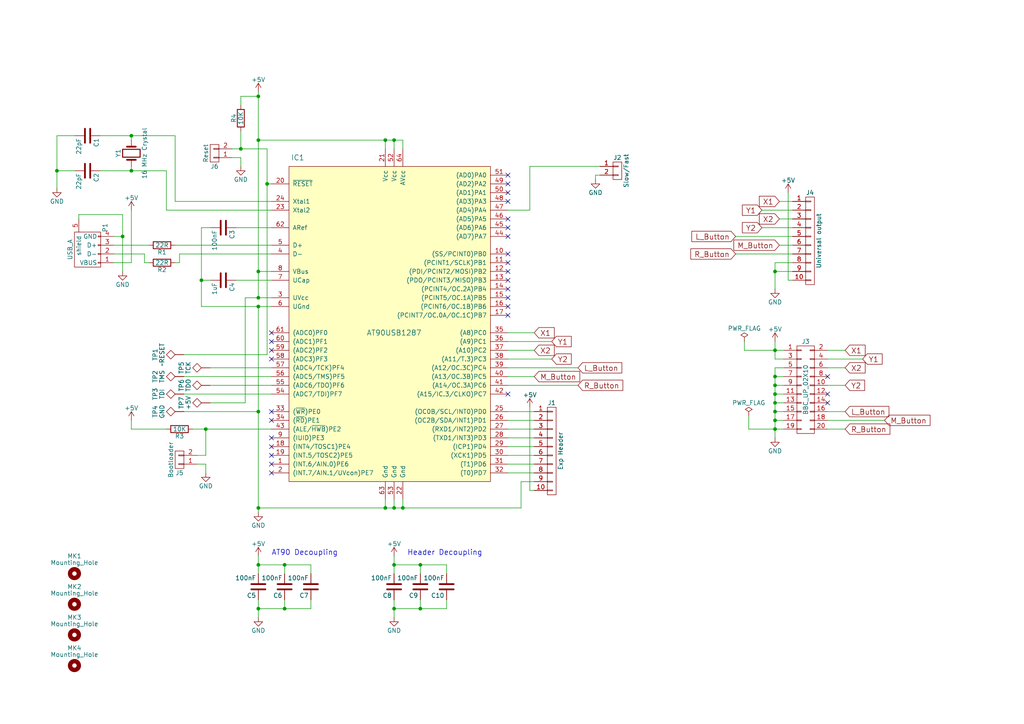
<source format=kicad_sch>
(kicad_sch (version 20211123) (generator eeschema)
  (paper "A4")
  (title_block (title "SmallyMouse2") (date "2017-02-16") (rev "2.0") (company "http://www.WaitingForFriday.com") (comment 1 "(c)2017 Simon Inns") (comment 2 "License: Attribution-ShareAlike 4.0 International (CC BY-SA 4.0)"))
  (lib_symbols
    (symbol "SmallyMouse2-rescue:+5V" (power) (pin_names (offset 0))
      (property "Value" "+5V" (at 0 3.556 0))
      (symbol "+5V_0_1"
        (polyline (pts (xy -0.762 1.27) (xy 0 2.54)))
        (polyline (pts (xy 0 0) (xy 0 2.54)))
        (polyline (pts (xy 0 2.54) (xy 0.762 1.27)))
      )
      (symbol "+5V_1_1"
        (pin power_in line (at 0 0 90) (length 0) hide (name "+5V") (number "1"))
      )
    )
    (symbol "SmallyMouse2-rescue:AT90USB1287-RESCUE-SmallyMouse2" (pin_names (offset 1.016))
      (property "Reference" "IC" (at -27.94 48.26 0))
      (property "Value" "AT90USB1287-RESCUE-SmallyMouse2" (at 0 -2.54 0))
      (symbol "AT90USB1287-RESCUE-SmallyMouse2_0_1"
        (rectangle (start -30.48 45.72) (end 27.94 -45.72) (fill (type background)))
      )
      (symbol "AT90USB1287-RESCUE-SmallyMouse2_1_1"
        (pin bidirectional line (at -35.56 -40.64 0) (length 5.08) (name "(INT.6/AIN.0)PE6") (number "1"))
        (pin bidirectional line (at 33.02 20.32 180) (length 5.08) (name "(SS/PCINT0)PB0") (number "10"))
        (pin bidirectional line (at 33.02 17.78 180) (length 5.08) (name "(PCINT1/SCLK)PB1") (number "11"))
        (pin bidirectional line (at 33.02 15.24 180) (length 5.08) (name "(PDI/PCINT2/MOSI)PB2") (number "12"))
        (pin bidirectional line (at 33.02 12.7 180) (length 5.08) (name "(PDO/PCINT3/MISO)PB3") (number "13"))
        (pin bidirectional line (at 33.02 10.16 180) (length 5.08) (name "(PCINT4/OC.2A)PB4") (number "14"))
        (pin bidirectional line (at 33.02 7.62 180) (length 5.08) (name "(PCINT5/OC.1A)PB5") (number "15"))
        (pin bidirectional line (at 33.02 5.08 180) (length 5.08) (name "(PCINT6/OC.1B)PB6") (number "16"))
        (pin bidirectional line (at 33.02 2.54 180) (length 5.08) (name "(PCINT7/OC.0A/OC.1C)PB7") (number "17"))
        (pin bidirectional line (at -35.56 -35.56 0) (length 5.08) (name "(INT4/TOSC1)PE4") (number "18"))
        (pin bidirectional line (at -35.56 -38.1 0) (length 5.08) (name "(INT.5/TOSC2)PE5") (number "19"))
        (pin bidirectional line (at -35.56 -43.18 0) (length 5.08) (name "(INT.7/AIN.1/UVcon)PE7") (number "2"))
        (pin input line (at -35.56 40.64 0) (length 5.08) (name "~{RESET}") (number "20"))
        (pin power_in line (at -2.54 50.8 270) (length 5.08) (name "Vcc") (number "21"))
        (pin power_in line (at 2.54 -50.8 90) (length 5.08) (name "Gnd") (number "22"))
        (pin input line (at -35.56 33.02 0) (length 5.08) (name "Xtal2") (number "23"))
        (pin input line (at -35.56 35.56 0) (length 5.08) (name "Xtal1") (number "24"))
        (pin bidirectional line (at 33.02 -25.4 180) (length 5.08) (name "(OC0B/SCL/INT0)PD0") (number "25"))
        (pin bidirectional line (at 33.02 -27.94 180) (length 5.08) (name "(OC2B/SDA/INT1)PD1") (number "26"))
        (pin bidirectional line (at 33.02 -30.48 180) (length 5.08) (name "(RXD1/INT2)PD2") (number "27"))
        (pin bidirectional line (at 33.02 -33.02 180) (length 5.08) (name "(TXD1/INT3)PD3") (number "28"))
        (pin bidirectional line (at 33.02 -35.56 180) (length 5.08) (name "(ICP1)PD4") (number "29"))
        (pin power_in line (at -35.56 7.62 0) (length 5.08) (name "UVcc") (number "3"))
        (pin bidirectional line (at 33.02 -38.1 180) (length 5.08) (name "(XCK1)PD5") (number "30"))
        (pin bidirectional line (at 33.02 -40.64 180) (length 5.08) (name "(T1)PD6") (number "31"))
        (pin bidirectional line (at 33.02 -43.18 180) (length 5.08) (name "(T0)PD7") (number "32"))
        (pin bidirectional line (at -35.56 -25.4 0) (length 5.08) (name "(~{WR})PE0") (number "33"))
        (pin bidirectional line (at -35.56 -27.94 0) (length 5.08) (name "(~{RD})PE1") (number "34"))
        (pin bidirectional line (at 33.02 -2.54 180) (length 5.08) (name "(A8)PC0") (number "35"))
        (pin bidirectional line (at 33.02 -5.08 180) (length 5.08) (name "(A9)PC1") (number "36"))
        (pin bidirectional line (at 33.02 -7.62 180) (length 5.08) (name "(A10)PC2") (number "37"))
        (pin bidirectional line (at 33.02 -10.16 180) (length 5.08) (name "(A11/T.3)PC3") (number "38"))
        (pin bidirectional line (at 33.02 -12.7 180) (length 5.08) (name "(A12/OC.3C)PC4") (number "39"))
        (pin bidirectional line (at -35.56 20.32 0) (length 5.08) (name "D-") (number "4"))
        (pin bidirectional line (at 33.02 -15.24 180) (length 5.08) (name "(A13/OC.3B)PC5") (number "40"))
        (pin bidirectional line (at 33.02 -17.78 180) (length 5.08) (name "(A14/OC.3A)PC6") (number "41"))
        (pin bidirectional line (at 33.02 -20.32 180) (length 5.08) (name "(A15/IC.3/CLKO)PC7") (number "42"))
        (pin bidirectional line (at -35.56 -30.48 0) (length 5.08) (name "(ALE/~{HWB})PE2") (number "43"))
        (pin bidirectional line (at 33.02 25.4 180) (length 5.08) (name "(AD7)PA7") (number "44"))
        (pin bidirectional line (at 33.02 27.94 180) (length 5.08) (name "(AD6)PA6") (number "45"))
        (pin bidirectional line (at 33.02 30.48 180) (length 5.08) (name "(AD5)PA5") (number "46"))
        (pin bidirectional line (at 33.02 33.02 180) (length 5.08) (name "(AD4)PA4") (number "47"))
        (pin bidirectional line (at 33.02 35.56 180) (length 5.08) (name "(AD3)PA3") (number "48"))
        (pin bidirectional line (at 33.02 40.64 180) (length 5.08) (name "(AD2)PA2") (number "49"))
        (pin bidirectional line (at -35.56 22.86 0) (length 5.08) (name "D+") (number "5"))
        (pin bidirectional line (at 33.02 38.1 180) (length 5.08) (name "(AD1)PA1") (number "50"))
        (pin bidirectional line (at 33.02 43.18 180) (length 5.08) (name "(AD0)PA0") (number "51"))
        (pin power_in line (at 0 50.8 270) (length 5.08) (name "Vcc") (number "52"))
        (pin power_in line (at 0 -50.8 90) (length 5.08) (name "Gnd") (number "53"))
        (pin bidirectional line (at -35.56 -20.32 0) (length 5.08) (name "(ADC7/TDI)PF7") (number "54"))
        (pin bidirectional line (at -35.56 -17.78 0) (length 5.08) (name "(ADC6/TDO)PF6") (number "55"))
        (pin bidirectional line (at -35.56 -15.24 0) (length 5.08) (name "(ADC5/TMS)PF5") (number "56"))
        (pin bidirectional line (at -35.56 -12.7 0) (length 5.08) (name "(ADC4/TCK)PF4") (number "57"))
        (pin bidirectional line (at -35.56 -10.16 0) (length 5.08) (name "(ADC3)PF3") (number "58"))
        (pin bidirectional line (at -35.56 -7.62 0) (length 5.08) (name "(ADC2)PF2") (number "59"))
        (pin power_in line (at -35.56 5.08 0) (length 5.08) (name "UGnd") (number "6"))
        (pin bidirectional line (at -35.56 -5.08 0) (length 5.08) (name "(ADC1)PF1") (number "60"))
        (pin bidirectional line (at -35.56 -2.54 0) (length 5.08) (name "(ADC0)PF0") (number "61"))
        (pin input line (at -35.56 27.94 0) (length 5.08) (name "ARef") (number "62"))
        (pin power_in line (at -2.54 -50.8 90) (length 5.08) (name "Gnd") (number "63"))
        (pin power_in line (at 2.54 50.8 270) (length 5.08) (name "AVcc") (number "64"))
        (pin bidirectional line (at -35.56 12.7 0) (length 5.08) (name "UCap") (number "7"))
        (pin power_in line (at -35.56 15.24 0) (length 5.08) (name "VBus") (number "8"))
        (pin bidirectional line (at -35.56 -33.02 0) (length 5.08) (name "(IUID)PE3") (number "9"))
      )
    )
    (symbol "SmallyMouse2-rescue:C" (pin_numbers hide) (pin_names (offset 0.254))
      (property "Reference" "C" (at 0.635 2.54 0))
      (property "Value" "C" (at 0.635 -2.54 0))
      (symbol "C_0_1"
        (polyline (pts (xy -2.032 -0.762) (xy 2.032 -0.762)) (stroke (width 0.508)))
        (polyline (pts (xy -2.032 0.762) (xy 2.032 0.762)) (stroke (width 0.508)))
      )
      (symbol "C_1_1"
        (pin passive line (at 0 3.81 270) (length 2.794) (name "~") (number "1"))
        (pin passive line (at 0 -3.81 90) (length 2.794) (name "~") (number "2"))
      )
    )
    (symbol "SmallyMouse2-rescue:CONN_01X02" (pin_names (offset 1.016) hide)
      (property "Reference" "J" (at 0 3.81 0))
      (property "Value" "CONN_01X02" (at 2.54 0 90))
      (symbol "CONN_01X02_0_1"
        (rectangle (start -1.27 -1.143) (end 0.254 -1.397))
        (rectangle (start -1.27 1.397) (end 0.254 1.143))
        (rectangle (start -1.27 2.54) (end 1.27 -2.54))
      )
      (symbol "CONN_01X02_1_1"
        (pin passive line (at -5.08 1.27 0) (length 3.81) (name "P1") (number "1"))
        (pin passive line (at -5.08 -1.27 0) (length 3.81) (name "P2") (number "2"))
      )
    )
    (symbol "SmallyMouse2-rescue:CONN_01X10" (pin_names (offset 1.016) hide)
      (property "Reference" "J" (at 0 13.97 0))
      (property "Value" "CONN_01X10" (at 2.54 0 90))
      (symbol "CONN_01X10_0_1"
        (rectangle (start -1.27 -11.303) (end 0.254 -11.557))
        (rectangle (start -1.27 -8.763) (end 0.254 -9.017))
        (rectangle (start -1.27 -6.223) (end 0.254 -6.477))
        (rectangle (start -1.27 -3.683) (end 0.254 -3.937))
        (rectangle (start -1.27 -1.143) (end 0.254 -1.397))
        (rectangle (start -1.27 1.397) (end 0.254 1.143))
        (rectangle (start -1.27 3.937) (end 0.254 3.683))
        (rectangle (start -1.27 6.477) (end 0.254 6.223))
        (rectangle (start -1.27 9.017) (end 0.254 8.763))
        (rectangle (start -1.27 11.557) (end 0.254 11.303))
        (rectangle (start -1.27 12.7) (end 1.27 -12.7))
      )
      (symbol "CONN_01X10_1_1"
        (pin passive line (at -5.08 11.43 0) (length 3.81) (name "P1") (number "1"))
        (pin passive line (at -5.08 -11.43 0) (length 3.81) (name "P10") (number "10"))
        (pin passive line (at -5.08 8.89 0) (length 3.81) (name "P2") (number "2"))
        (pin passive line (at -5.08 6.35 0) (length 3.81) (name "P3") (number "3"))
        (pin passive line (at -5.08 3.81 0) (length 3.81) (name "P4") (number "4"))
        (pin passive line (at -5.08 1.27 0) (length 3.81) (name "P5") (number "5"))
        (pin passive line (at -5.08 -1.27 0) (length 3.81) (name "P6") (number "6"))
        (pin passive line (at -5.08 -3.81 0) (length 3.81) (name "P7") (number "7"))
        (pin passive line (at -5.08 -6.35 0) (length 3.81) (name "P8") (number "8"))
        (pin passive line (at -5.08 -8.89 0) (length 3.81) (name "P9") (number "9"))
      )
    )
    (symbol "SmallyMouse2-rescue:CONN_02X10" (pin_names (offset 0.0254) hide)
      (property "Reference" "J" (at 0 13.97 0))
      (property "Value" "CONN_02X10" (at 0 0 90))
      (symbol "CONN_02X10_0_1"
        (rectangle (start -2.54 -11.303) (end -1.27 -11.557))
        (rectangle (start -2.54 -8.763) (end -1.27 -9.017))
        (rectangle (start -2.54 -6.223) (end -1.27 -6.477))
        (rectangle (start -2.54 -3.683) (end -1.27 -3.937))
        (rectangle (start -2.54 -1.143) (end -1.27 -1.397))
        (rectangle (start -2.54 1.397) (end -1.27 1.143))
        (rectangle (start -2.54 3.937) (end -1.27 3.683))
        (rectangle (start -2.54 6.477) (end -1.27 6.223))
        (rectangle (start -2.54 9.017) (end -1.27 8.763))
        (rectangle (start -2.54 11.557) (end -1.27 11.303))
        (rectangle (start -2.54 12.7) (end 2.54 -12.7))
        (rectangle (start 1.27 -11.303) (end 2.54 -11.557))
        (rectangle (start 1.27 -8.763) (end 2.54 -9.017))
        (rectangle (start 1.27 -6.223) (end 2.54 -6.477))
        (rectangle (start 1.27 -3.683) (end 2.54 -3.937))
        (rectangle (start 1.27 -1.143) (end 2.54 -1.397))
        (rectangle (start 1.27 1.397) (end 2.54 1.143))
        (rectangle (start 1.27 3.937) (end 2.54 3.683))
        (rectangle (start 1.27 6.477) (end 2.54 6.223))
        (rectangle (start 1.27 9.017) (end 2.54 8.763))
        (rectangle (start 1.27 11.557) (end 2.54 11.303))
      )
      (symbol "CONN_02X10_1_1"
        (pin passive line (at -6.35 11.43 0) (length 3.81) (name "P1") (number "1"))
        (pin passive line (at 6.35 1.27 180) (length 3.81) (name "P10") (number "10"))
        (pin passive line (at -6.35 -1.27 0) (length 3.81) (name "P11") (number "11"))
        (pin passive line (at 6.35 -1.27 180) (length 3.81) (name "P12") (number "12"))
        (pin passive line (at -6.35 -3.81 0) (length 3.81) (name "P13") (number "13"))
        (pin passive line (at 6.35 -3.81 180) (length 3.81) (name "P14") (number "14"))
        (pin passive line (at -6.35 -6.35 0) (length 3.81) (name "P15") (number "15"))
        (pin passive line (at 6.35 -6.35 180) (length 3.81) (name "P16") (number "16"))
        (pin passive line (at -6.35 -8.89 0) (length 3.81) (name "P17") (number "17"))
        (pin passive line (at 6.35 -8.89 180) (length 3.81) (name "P18") (number "18"))
        (pin passive line (at -6.35 -11.43 0) (length 3.81) (name "P19") (number "19"))
        (pin passive line (at 6.35 11.43 180) (length 3.81) (name "P2") (number "2"))
        (pin passive line (at 6.35 -11.43 180) (length 3.81) (name "P20") (number "20"))
        (pin passive line (at -6.35 8.89 0) (length 3.81) (name "P3") (number "3"))
        (pin passive line (at 6.35 8.89 180) (length 3.81) (name "P4") (number "4"))
        (pin passive line (at -6.35 6.35 0) (length 3.81) (name "P5") (number "5"))
        (pin passive line (at 6.35 6.35 180) (length 3.81) (name "P6") (number "6"))
        (pin passive line (at -6.35 3.81 0) (length 3.81) (name "P7") (number "7"))
        (pin passive line (at 6.35 3.81 180) (length 3.81) (name "P8") (number "8"))
        (pin passive line (at -6.35 1.27 0) (length 3.81) (name "P9") (number "9"))
      )
    )
    (symbol "SmallyMouse2-rescue:Crystal" (pin_numbers hide) (pin_names (offset 1.016) hide)
      (property "Reference" "Y" (at 0 3.81 0))
      (property "Value" "Crystal" (at 0 -3.81 0))
      (symbol "Crystal_0_1"
        (rectangle (start -1.143 2.54) (end 1.143 -2.54) (stroke (width 0.3048)))
        (polyline (pts (xy -2.54 0) (xy -1.905 0)))
        (polyline (pts (xy -1.905 -1.27) (xy -1.905 1.27)) (stroke (width 0.508)))
        (polyline (pts (xy 1.905 -1.27) (xy 1.905 1.27)) (stroke (width 0.508)))
        (polyline (pts (xy 2.54 0) (xy 1.905 0)))
      )
      (symbol "Crystal_1_1"
        (pin passive line (at -3.81 0 0) (length 1.27) (name "1") (number "1"))
        (pin passive line (at 3.81 0 180) (length 1.27) (name "2") (number "2"))
      )
    )
    (symbol "SmallyMouse2-rescue:GND" (power) (pin_names (offset 0))
      (property "Value" "GND" (at 0 -3.81 0))
      (symbol "GND_0_1"
        (polyline (pts (xy 0 0) (xy 0 -1.27) (xy 1.27 -1.27) (xy 0 -2.54) (xy -1.27 -1.27) (xy 0 -1.27)))
      )
      (symbol "GND_1_1"
        (pin power_in line (at 0 0 270) (length 0) hide (name "GND") (number "1"))
      )
    )
    (symbol "SmallyMouse2-rescue:Mounting_Hole" (pin_names (offset 1.016))
      (property "Reference" "MK" (at 0 5.08 0))
      (property "Value" "Mounting_Hole" (at 0 3.175 0))
      (symbol "Mounting_Hole_0_1"
        (circle (center 0 0) (radius 1.27) (stroke (width 1.27)))
      )
    )
    (symbol "SmallyMouse2-rescue:PWR_FLAG" (power) (pin_numbers hide) (pin_names (offset 0) hide)
      (property "Value" "PWR_FLAG" (at 0 3.81 0))
      (symbol "PWR_FLAG_0_0"
        (pin power_out line (at 0 0 90) (length 0) (name "pwr") (number "1"))
      )
      (symbol "PWR_FLAG_0_1"
        (polyline (pts (xy 0 0) (xy 0 1.27) (xy -1.016 1.905) (xy 0 2.54) (xy 1.016 1.905) (xy 0 1.27)))
      )
    )
    (symbol "SmallyMouse2-rescue:R" (pin_numbers hide) (pin_names (offset 0))
      (property "Reference" "R" (at 2.032 0 90))
      (property "Value" "R" (at 0 0 90))
      (symbol "R_0_1"
        (rectangle (start -1.016 -2.54) (end 1.016 2.54) (stroke (width 0.254)))
      )
      (symbol "R_1_1"
        (pin passive line (at 0 3.81 270) (length 1.27) (name "~") (number "1"))
        (pin passive line (at 0 -3.81 90) (length 1.27) (name "~") (number "2"))
      )
    )
    (symbol "SmallyMouse2-rescue:TEST" (pin_numbers hide) (pin_names (offset 1.016) hide)
      (property "Reference" "TP" (at 0 7.62 0))
      (property "Value" "TEST" (at 0 6.35 0))
      (symbol "TEST_0_1"
        (polyline (pts (xy 0 5.08) (xy -1.27 3.81) (xy 0 2.54) (xy 1.27 3.81) (xy 0 5.08) (xy 0 5.08)))
      )
      (symbol "TEST_1_1"
        (pin passive line (at 0 0 90) (length 2.54) (name "~") (number "1"))
      )
    )
    (symbol "SmallyMouse2-rescue:USB_A-RESCUE-SmallyMouse2" (pin_names (offset 1.016))
      (property "Reference" "P" (at 5.08 -5.08 0))
      (property "Value" "USB_A-RESCUE-SmallyMouse2" (at -1.27 5.08 0))
      (symbol "USB_A-RESCUE-SmallyMouse2_0_1"
        (rectangle (start -6.35 -3.81) (end 3.81 3.81))
        (rectangle (start -5.207 -3.81) (end -4.953 -3.048))
        (rectangle (start -2.667 -3.81) (end -2.413 -3.048))
        (rectangle (start -0.127 -3.81) (end 0.127 -3.048))
        (rectangle (start 2.413 -3.81) (end 2.667 -3.048))
      )
      (symbol "USB_A-RESCUE-SmallyMouse2_1_1"
        (pin power_in line (at -5.08 -7.62 90) (length 3.81) (name "VBUS") (number "1"))
        (pin passive line (at -2.54 -7.62 90) (length 3.81) (name "D-") (number "2"))
        (pin passive line (at 0 -7.62 90) (length 3.81) (name "D+") (number "3"))
        (pin power_in line (at 2.54 -7.62 90) (length 3.81) (name "GND") (number "4"))
        (pin passive line (at 7.62 2.54 180) (length 3.81) (name "shield") (number "5"))
      )
    )
  )
  (junction (at 224.79 78.74))
  (junction (at 224.79 111.76))
  (junction (at 116.84 147.32))
  (junction (at 224.79 109.22))
  (junction (at 111.76 147.32))
  (junction (at 224.79 101.6))
  (junction (at 16.51 49.53))
  (junction (at 121.92 163.83))
  (junction (at 38.1 49.53))
  (junction (at 35.56 68.58))
  (junction (at 82.55 163.83))
  (junction (at 224.79 116.84))
  (junction (at 74.93 78.74))
  (junction (at 69.85 43.18))
  (junction (at 114.3 40.64))
  (junction (at 74.93 119.38))
  (junction (at 74.93 86.36))
  (junction (at 77.47 53.34))
  (junction (at 74.93 40.64))
  (junction (at 121.92 176.53))
  (junction (at 58.42 81.28))
  (junction (at 74.93 27.94))
  (junction (at 74.93 147.32))
  (junction (at 74.93 176.53))
  (junction (at 82.55 176.53))
  (junction (at 59.69 124.46))
  (junction (at 114.3 176.53))
  (junction (at 114.3 163.83))
  (junction (at 114.3 147.32))
  (junction (at 74.93 163.83))
  (junction (at 224.79 124.46))
  (junction (at 224.79 114.3))
  (junction (at 74.93 88.9))
  (junction (at 224.79 119.38))
  (junction (at 111.76 40.64))
  (junction (at 224.79 121.92))
  (junction (at 38.1 39.37))
  (no_connect (at 147.32 83.82))
  (no_connect (at 78.74 127))
  (no_connect (at 147.32 53.34))
  (no_connect (at 78.74 101.6))
  (no_connect (at 78.74 119.38))
  (no_connect (at 147.32 73.66))
  (no_connect (at 147.32 86.36))
  (no_connect (at 78.74 104.14))
  (no_connect (at 78.74 134.62))
  (no_connect (at 147.32 91.44))
  (no_connect (at 147.32 68.58))
  (no_connect (at 78.74 132.08))
  (no_connect (at 240.03 116.84))
  (no_connect (at 240.03 114.3))
  (no_connect (at 147.32 114.3))
  (no_connect (at 240.03 109.22))
  (no_connect (at 147.32 76.2))
  (no_connect (at 147.32 88.9))
  (no_connect (at 78.74 129.54))
  (no_connect (at 147.32 50.8))
  (no_connect (at 147.32 58.42))
  (no_connect (at 147.32 78.74))
  (no_connect (at 78.74 96.52))
  (no_connect (at 147.32 66.04))
  (no_connect (at 78.74 137.16))
  (no_connect (at 147.32 55.88))
  (no_connect (at 147.32 81.28))
  (no_connect (at 78.74 99.06))
  (no_connect (at 78.74 121.92))
  (no_connect (at 147.32 63.5))
  (wire (pts (xy 74.93 176.53) (xy 74.93 179.07)))
  (wire (pts (xy 74.93 163.83) (xy 74.93 166.37)))
  (wire (pts (xy 69.85 30.48) (xy 69.85 27.94)))
  (wire (pts (xy 74.93 86.36) (xy 78.74 86.36)))
  (wire (pts (xy 213.36 73.66) (xy 229.87 73.66)))
  (wire (pts (xy 114.3 176.53) (xy 121.92 176.53)))
  (wire (pts (xy 240.03 121.92) (xy 256.54 121.92)))
  (wire (pts (xy 77.47 102.87) (xy 53.34 102.87)))
  (wire (pts (xy 57.15 134.62) (xy 59.69 134.62)))
  (wire (pts (xy 59.69 124.46) (xy 78.74 124.46)))
  (wire (pts (xy 114.3 163.83) (xy 114.3 166.37)))
  (wire (pts (xy 60.96 116.84) (xy 71.12 116.84)))
  (wire (pts (xy 227.33 114.3) (xy 224.79 114.3)))
  (wire (pts (xy 240.03 101.6) (xy 245.11 101.6)))
  (wire (pts (xy 35.56 68.58) (xy 35.56 78.74)))
  (wire (pts (xy 114.3 40.64) (xy 114.3 43.18)))
  (wire (pts (xy 69.85 38.1) (xy 69.85 43.18)))
  (wire (pts (xy 172.72 50.8) (xy 172.72 52.07)))
  (wire (pts (xy 60.96 66.04) (xy 58.42 66.04)))
  (wire (pts (xy 228.6 81.28) (xy 228.6 55.88)))
  (wire (pts (xy 41.91 76.2) (xy 41.91 73.66)))
  (wire (pts (xy 90.17 163.83) (xy 90.17 166.37)))
  (wire (pts (xy 116.84 147.32) (xy 151.13 147.32)))
  (wire (pts (xy 60.96 81.28) (xy 58.42 81.28)))
  (wire (pts (xy 59.69 132.08) (xy 59.69 124.46)))
  (wire (pts (xy 114.3 161.29) (xy 114.3 163.83)))
  (wire (pts (xy 52.07 73.66) (xy 52.07 76.2)))
  (wire (pts (xy 74.93 26.67) (xy 74.93 27.94)))
  (wire (pts (xy 38.1 39.37) (xy 29.21 39.37)))
  (wire (pts (xy 227.33 119.38) (xy 224.79 119.38)))
  (wire (pts (xy 220.98 60.96) (xy 229.87 60.96)))
  (wire (pts (xy 58.42 66.04) (xy 58.42 81.28)))
  (wire (pts (xy 33.02 68.58) (xy 35.56 68.58)))
  (wire (pts (xy 90.17 176.53) (xy 90.17 173.99)))
  (wire (pts (xy 69.85 43.18) (xy 77.47 43.18)))
  (wire (pts (xy 74.93 78.74) (xy 74.93 86.36)))
  (wire (pts (xy 147.32 96.52) (xy 154.94 96.52)))
  (wire (pts (xy 78.74 66.04) (xy 68.58 66.04)))
  (wire (pts (xy 240.03 124.46) (xy 245.11 124.46)))
  (wire (pts (xy 52.07 76.2) (xy 50.8 76.2)))
  (wire (pts (xy 114.3 147.32) (xy 114.3 144.78)))
  (wire (pts (xy 114.3 40.64) (xy 116.84 40.64)))
  (wire (pts (xy 226.06 63.5) (xy 229.87 63.5)))
  (wire (pts (xy 77.47 53.34) (xy 77.47 102.87)))
  (wire (pts (xy 147.32 99.06) (xy 160.02 99.06)))
  (wire (pts (xy 224.79 124.46) (xy 224.79 127)))
  (wire (pts (xy 226.06 71.12) (xy 229.87 71.12)))
  (wire (pts (xy 229.87 78.74) (xy 224.79 78.74)))
  (wire (pts (xy 74.93 78.74) (xy 78.74 78.74)))
  (wire (pts (xy 227.33 121.92) (xy 224.79 121.92)))
  (wire (pts (xy 111.76 144.78) (xy 111.76 147.32)))
  (wire (pts (xy 69.85 27.94) (xy 74.93 27.94)))
  (wire (pts (xy 224.79 104.14) (xy 227.33 104.14)))
  (wire (pts (xy 77.47 53.34) (xy 78.74 53.34)))
  (wire (pts (xy 41.91 73.66) (xy 33.02 73.66)))
  (wire (pts (xy 111.76 40.64) (xy 114.3 40.64)))
  (wire (pts (xy 224.79 101.6) (xy 227.33 101.6)))
  (wire (pts (xy 224.79 106.68) (xy 224.79 109.22)))
  (wire (pts (xy 67.31 43.18) (xy 69.85 43.18)))
  (wire (pts (xy 227.33 111.76) (xy 224.79 111.76)))
  (wire (pts (xy 74.93 163.83) (xy 82.55 163.83)))
  (wire (pts (xy 147.32 60.96) (xy 153.67 60.96)))
  (wire (pts (xy 82.55 166.37) (xy 82.55 163.83)))
  (wire (pts (xy 224.79 111.76) (xy 224.79 114.3)))
  (wire (pts (xy 220.98 66.04) (xy 229.87 66.04)))
  (wire (pts (xy 173.99 50.8) (xy 172.72 50.8)))
  (wire (pts (xy 147.32 111.76) (xy 167.64 111.76)))
  (wire (pts (xy 224.79 114.3) (xy 224.79 116.84)))
  (wire (pts (xy 213.36 68.58) (xy 229.87 68.58)))
  (wire (pts (xy 224.79 109.22) (xy 224.79 111.76)))
  (wire (pts (xy 227.33 109.22) (xy 224.79 109.22)))
  (wire (pts (xy 114.3 173.99) (xy 114.3 176.53)))
  (wire (pts (xy 121.92 163.83) (xy 129.54 163.83)))
  (wire (pts (xy 147.32 106.68) (xy 167.64 106.68)))
  (wire (pts (xy 60.96 111.76) (xy 78.74 111.76)))
  (wire (pts (xy 74.93 147.32) (xy 74.93 148.59)))
  (wire (pts (xy 78.74 73.66) (xy 52.07 73.66)))
  (wire (pts (xy 78.74 60.96) (xy 48.26 60.96)))
  (wire (pts (xy 111.76 43.18) (xy 111.76 40.64)))
  (wire (pts (xy 50.8 58.42) (xy 50.8 39.37)))
  (wire (pts (xy 82.55 173.99) (xy 82.55 176.53)))
  (wire (pts (xy 38.1 40.64) (xy 38.1 39.37)))
  (wire (pts (xy 240.03 106.68) (xy 245.11 106.68)))
  (wire (pts (xy 78.74 71.12) (xy 50.8 71.12)))
  (wire (pts (xy 153.67 142.24) (xy 153.67 118.11)))
  (wire (pts (xy 217.17 120.65) (xy 217.17 124.46)))
  (wire (pts (xy 78.74 81.28) (xy 68.58 81.28)))
  (wire (pts (xy 114.3 176.53) (xy 114.3 179.07)))
  (wire (pts (xy 147.32 129.54) (xy 154.94 129.54)))
  (wire (pts (xy 22.86 63.5) (xy 22.86 62.23)))
  (wire (pts (xy 215.9 99.06) (xy 215.9 101.6)))
  (wire (pts (xy 147.32 101.6) (xy 154.94 101.6)))
  (wire (pts (xy 38.1 76.2) (xy 38.1 60.96)))
  (wire (pts (xy 111.76 147.32) (xy 114.3 147.32)))
  (wire (pts (xy 16.51 39.37) (xy 16.51 49.53)))
  (wire (pts (xy 53.34 119.38) (xy 74.93 119.38)))
  (wire (pts (xy 57.15 132.08) (xy 59.69 132.08)))
  (wire (pts (xy 224.79 121.92) (xy 224.79 124.46)))
  (wire (pts (xy 74.93 40.64) (xy 74.93 78.74)))
  (wire (pts (xy 224.79 78.74) (xy 224.79 83.82)))
  (wire (pts (xy 147.32 121.92) (xy 154.94 121.92)))
  (wire (pts (xy 69.85 45.72) (xy 69.85 48.26)))
  (wire (pts (xy 226.06 58.42) (xy 229.87 58.42)))
  (wire (pts (xy 78.74 58.42) (xy 50.8 58.42)))
  (wire (pts (xy 74.93 40.64) (xy 111.76 40.64)))
  (wire (pts (xy 227.33 116.84) (xy 224.79 116.84)))
  (wire (pts (xy 224.79 101.6) (xy 224.79 104.14)))
  (wire (pts (xy 224.79 116.84) (xy 224.79 119.38)))
  (wire (pts (xy 153.67 48.26) (xy 173.99 48.26)))
  (wire (pts (xy 147.32 119.38) (xy 154.94 119.38)))
  (wire (pts (xy 224.79 76.2) (xy 224.79 78.74)))
  (wire (pts (xy 147.32 134.62) (xy 154.94 134.62)))
  (wire (pts (xy 229.87 76.2) (xy 224.79 76.2)))
  (wire (pts (xy 77.47 43.18) (xy 77.47 53.34)))
  (wire (pts (xy 151.13 139.7) (xy 151.13 147.32)))
  (wire (pts (xy 224.79 124.46) (xy 227.33 124.46)))
  (wire (pts (xy 48.26 124.46) (xy 38.1 124.46)))
  (wire (pts (xy 154.94 139.7) (xy 151.13 139.7)))
  (wire (pts (xy 74.93 147.32) (xy 111.76 147.32)))
  (wire (pts (xy 129.54 163.83) (xy 129.54 166.37)))
  (wire (pts (xy 38.1 48.26) (xy 38.1 49.53)))
  (wire (pts (xy 33.02 76.2) (xy 38.1 76.2)))
  (wire (pts (xy 129.54 176.53) (xy 129.54 173.99)))
  (wire (pts (xy 82.55 176.53) (xy 90.17 176.53)))
  (wire (pts (xy 74.93 176.53) (xy 82.55 176.53)))
  (wire (pts (xy 53.34 114.3) (xy 78.74 114.3)))
  (wire (pts (xy 82.55 163.83) (xy 90.17 163.83)))
  (wire (pts (xy 153.67 60.96) (xy 153.67 48.26)))
  (wire (pts (xy 215.9 101.6) (xy 224.79 101.6)))
  (wire (pts (xy 58.42 88.9) (xy 74.93 88.9)))
  (wire (pts (xy 74.93 88.9) (xy 78.74 88.9)))
  (wire (pts (xy 227.33 106.68) (xy 224.79 106.68)))
  (wire (pts (xy 229.87 81.28) (xy 228.6 81.28)))
  (wire (pts (xy 116.84 40.64) (xy 116.84 43.18)))
  (wire (pts (xy 38.1 124.46) (xy 38.1 121.92)))
  (wire (pts (xy 224.79 119.38) (xy 224.79 121.92)))
  (wire (pts (xy 53.34 109.22) (xy 78.74 109.22)))
  (wire (pts (xy 240.03 119.38) (xy 245.11 119.38)))
  (wire (pts (xy 74.93 27.94) (xy 74.93 40.64)))
  (wire (pts (xy 224.79 99.06) (xy 224.79 101.6)))
  (wire (pts (xy 114.3 147.32) (xy 116.84 147.32)))
  (wire (pts (xy 116.84 147.32) (xy 116.84 144.78)))
  (wire (pts (xy 154.94 142.24) (xy 153.67 142.24)))
  (wire (pts (xy 50.8 39.37) (xy 38.1 39.37)))
  (wire (pts (xy 16.51 49.53) (xy 16.51 54.61)))
  (wire (pts (xy 147.32 137.16) (xy 154.94 137.16)))
  (wire (pts (xy 147.32 104.14) (xy 160.02 104.14)))
  (wire (pts (xy 58.42 81.28) (xy 58.42 88.9)))
  (wire (pts (xy 74.93 173.99) (xy 74.93 176.53)))
  (wire (pts (xy 147.32 124.46) (xy 154.94 124.46)))
  (wire (pts (xy 55.88 124.46) (xy 59.69 124.46)))
  (wire (pts (xy 114.3 163.83) (xy 121.92 163.83)))
  (wire (pts (xy 43.18 71.12) (xy 33.02 71.12)))
  (wire (pts (xy 147.32 127) (xy 154.94 127)))
  (wire (pts (xy 21.59 39.37) (xy 16.51 39.37)))
  (wire (pts (xy 240.03 104.14) (xy 250.19 104.14)))
  (wire (pts (xy 71.12 86.36) (xy 74.93 86.36)))
  (wire (pts (xy 67.31 45.72) (xy 69.85 45.72)))
  (wire (pts (xy 22.86 62.23) (xy 35.56 62.23)))
  (wire (pts (xy 35.56 62.23) (xy 35.56 68.58)))
  (wire (pts (xy 121.92 166.37) (xy 121.92 163.83)))
  (wire (pts (xy 147.32 109.22) (xy 154.94 109.22)))
  (wire (pts (xy 147.32 132.08) (xy 154.94 132.08)))
  (wire (pts (xy 59.69 134.62) (xy 59.69 137.16)))
  (wire (pts (xy 217.17 124.46) (xy 224.79 124.46)))
  (wire (pts (xy 74.93 161.29) (xy 74.93 163.83)))
  (wire (pts (xy 121.92 173.99) (xy 121.92 176.53)))
  (wire (pts (xy 71.12 116.84) (xy 71.12 86.36)))
  (wire (pts (xy 74.93 88.9) (xy 74.93 119.38)))
  (wire (pts (xy 48.26 60.96) (xy 48.26 49.53)))
  (wire (pts (xy 240.03 111.76) (xy 245.11 111.76)))
  (wire (pts (xy 60.96 106.68) (xy 78.74 106.68)))
  (wire (pts (xy 74.93 119.38) (xy 74.93 147.32)))
  (wire (pts (xy 121.92 176.53) (xy 129.54 176.53)))
  (wire (pts (xy 48.26 49.53) (xy 38.1 49.53)))
  (wire (pts (xy 21.59 49.53) (xy 16.51 49.53)))
  (wire (pts (xy 38.1 49.53) (xy 29.21 49.53)))
  (wire (pts (xy 43.18 76.2) (xy 41.91 76.2)))
  (text "AT90 Decoupling" (at 78.74 161.29 0) (effects (font (size 1.524 1.524)) (justify left bottom)))
  (text "Header Decoupling" (at 118.11 161.29 0) (effects (font (size 1.524 1.524)) (justify left bottom)))
  (global_label "X2" (shape input) (at 154.94 101.6 0) (effects (font (size 1.524 1.524))) (property "Intersheet References" "${INTERSHEET_REFS}" (effects hide)))
  (global_label "Y1" (shape input) (at 250.19 104.14 0) (effects (font (size 1.524 1.524))) (property "Intersheet References" "${INTERSHEET_REFS}" (effects hide)))
  (global_label "Y2" (shape input) (at 245.11 111.76 0) (effects (font (size 1.524 1.524))) (property "Intersheet References" "${INTERSHEET_REFS}" (effects hide)))
  (global_label "R_Button" (shape input) (at 167.64 111.76 0) (effects (font (size 1.524 1.524))) (property "Intersheet References" "${INTERSHEET_REFS}" (effects hide)))
  (global_label "X1" (shape input) (at 154.94 96.52 0) (effects (font (size 1.524 1.524))) (property "Intersheet References" "${INTERSHEET_REFS}" (effects hide)))
  (global_label "Y1" (shape input) (at 160.02 99.06 0) (effects (font (size 1.524 1.524))) (property "Intersheet References" "${INTERSHEET_REFS}" (effects hide)))
  (global_label "X1" (shape input) (at 245.11 101.6 0) (effects (font (size 1.524 1.524))) (property "Intersheet References" "${INTERSHEET_REFS}" (effects hide)))
  (global_label "R_Button" (shape input) (at 213.36 73.66 180) (effects (font (size 1.524 1.524))) (property "Intersheet References" "${INTERSHEET_REFS}" (effects hide)))
  (global_label "X2" (shape input) (at 245.11 106.68 0) (effects (font (size 1.524 1.524))) (property "Intersheet References" "${INTERSHEET_REFS}" (effects hide)))
  (global_label "X2" (shape input) (at 226.06 63.5 180) (effects (font (size 1.524 1.524))) (property "Intersheet References" "${INTERSHEET_REFS}" (effects hide)))
  (global_label "Y2" (shape input) (at 220.98 66.04 180) (effects (font (size 1.524 1.524))) (property "Intersheet References" "${INTERSHEET_REFS}" (effects hide)))
  (global_label "Y1" (shape input) (at 220.98 60.96 180) (effects (font (size 1.524 1.524))) (property "Intersheet References" "${INTERSHEET_REFS}" (effects hide)))
  (global_label "M_Button" (shape input) (at 226.06 71.12 180) (effects (font (size 1.524 1.524))) (property "Intersheet References" "${INTERSHEET_REFS}" (effects hide)))
  (global_label "L_Button" (shape input) (at 167.64 106.68 0) (effects (font (size 1.524 1.524))) (property "Intersheet References" "${INTERSHEET_REFS}" (effects hide)))
  (global_label "Y2" (shape input) (at 160.02 104.14 0) (effects (font (size 1.524 1.524))) (property "Intersheet References" "${INTERSHEET_REFS}" (effects hide)))
  (global_label "L_Button" (shape input) (at 245.11 119.38 0) (effects (font (size 1.524 1.524))) (property "Intersheet References" "${INTERSHEET_REFS}" (effects hide)))
  (global_label "R_Button" (shape input) (at 245.11 124.46 0) (effects (font (size 1.524 1.524))) (property "Intersheet References" "${INTERSHEET_REFS}" (effects hide)))
  (global_label "X1" (shape input) (at 226.06 58.42 180) (effects (font (size 1.524 1.524))) (property "Intersheet References" "${INTERSHEET_REFS}" (effects hide)))
  (global_label "M_Button" (shape input) (at 154.94 109.22 0) (effects (font (size 1.524 1.524))) (property "Intersheet References" "${INTERSHEET_REFS}" (effects hide)))
  (global_label "L_Button" (shape input) (at 213.36 68.58 180) (effects (font (size 1.524 1.524))) (property "Intersheet References" "${INTERSHEET_REFS}" (effects hide)))
  (global_label "M_Button" (shape input) (at 256.54 121.92 0) (effects (font (size 1.524 1.524))) (property "Intersheet References" "${INTERSHEET_REFS}" (effects hide)))
  (symbol (lib_id "SmallyMouse2-rescue:AT90USB1287-RESCUE-SmallyMouse2") (at 114.3 93.98 0) (unit 1)
    (property "Reference" "IC1" (at 86.36 45.72 0) (effects (font (size 1.524 1.524))))
    (property "Value" "AT90USB1287" (at 114.3 96.52 0) (effects (font (size 1.524 1.524))))
    (property "Footprint" "Housings_QFP:TQFP-64_14x14mm_Pitch0.8mm" (effects hide))
  )
  (symbol (lib_id "SmallyMouse2-rescue:USB_A-RESCUE-SmallyMouse2") (at 25.4 71.12 90) (unit 1)
    (property "Reference" "P1" (at 30.48 66.04 0))
    (property "Value" "USB_A" (at 20.32 72.39 0))
    (property "Footprint" "SimonsFPLibrary2017:Amphenol_87583-2010BLF" (effects hide))
  )
  (symbol (lib_id "SmallyMouse2-rescue:R") (at 46.99 76.2 270) (unit 1)
    (property "Reference" "R2" (at 46.99 78.232 90))
    (property "Value" "22R" (at 46.99 76.2 90))
    (property "Footprint" "Resistors_SMD:R_0805_HandSoldering" (effects hide))
  )
  (symbol (lib_id "SmallyMouse2-rescue:R") (at 46.99 71.12 270) (unit 1)
    (property "Reference" "R1" (at 46.99 73.152 90))
    (property "Value" "22R" (at 46.99 71.12 90))
    (property "Footprint" "Resistors_SMD:R_0805_HandSoldering" (effects hide))
  )
  (symbol (lib_id "SmallyMouse2-rescue:GND") (at 35.56 78.74 0) (unit 1)
    (property "Reference" "#PWR01" (effects hide))
    (property "Value" "GND" (at 35.56 82.55 0))
  )
  (symbol (lib_id "SmallyMouse2-rescue:+5V") (at 38.1 60.96 0) (unit 1)
    (property "Reference" "#PWR02" (effects hide))
    (property "Value" "+5V" (at 38.1 57.404 0))
  )
  (symbol (lib_id "SmallyMouse2-rescue:+5V") (at 74.93 26.67 0) (unit 1)
    (property "Reference" "#PWR03" (effects hide))
    (property "Value" "+5V" (at 74.93 23.114 0))
  )
  (symbol (lib_id "SmallyMouse2-rescue:GND") (at 74.93 148.59 0) (unit 1)
    (property "Reference" "#PWR04" (effects hide))
    (property "Value" "GND" (at 74.93 152.4 0))
  )
  (symbol (lib_id "SmallyMouse2-rescue:C") (at 64.77 66.04 270) (unit 1)
    (property "Reference" "C3" (at 67.31 66.675 0) (effects (justify left)))
    (property "Value" "100nF" (at 62.23 66.675 0) (effects (justify left)))
    (property "Footprint" "Capacitors_SMD:C_0805_HandSoldering" (effects hide))
  )
  (symbol (lib_id "SmallyMouse2-rescue:C") (at 64.77 81.28 270) (unit 1)
    (property "Reference" "C4" (at 67.31 81.915 0) (effects (justify left)))
    (property "Value" "1uF" (at 62.23 81.915 0) (effects (justify left)))
    (property "Footprint" "Capacitors_SMD:C_0805_HandSoldering" (effects hide))
  )
  (symbol (lib_id "SmallyMouse2-rescue:Crystal") (at 38.1 44.45 90) (unit 1)
    (property "Reference" "Y1" (at 34.29 44.45 0))
    (property "Value" "16 MHz Crystal" (at 41.91 44.45 0))
    (property "Footprint" "Crystals:Crystal_SMD_5032-2pin_5.0x3.2mm_HandSoldering" (effects hide))
  )
  (symbol (lib_id "SmallyMouse2-rescue:C") (at 25.4 39.37 270) (unit 1)
    (property "Reference" "C1" (at 27.94 40.005 0) (effects (justify left)))
    (property "Value" "22pF" (at 22.86 40.005 0) (effects (justify left)))
    (property "Footprint" "Capacitors_SMD:C_0805_HandSoldering" (effects hide))
  )
  (symbol (lib_id "SmallyMouse2-rescue:C") (at 25.4 49.53 270) (unit 1)
    (property "Reference" "C2" (at 27.94 50.165 0) (effects (justify left)))
    (property "Value" "22pF" (at 22.86 50.165 0) (effects (justify left)))
    (property "Footprint" "Capacitors_SMD:C_0805_HandSoldering" (effects hide))
  )
  (symbol (lib_id "SmallyMouse2-rescue:GND") (at 16.51 54.61 0) (unit 1)
    (property "Reference" "#PWR05" (effects hide))
    (property "Value" "GND" (at 16.51 58.42 0))
  )
  (symbol (lib_id "SmallyMouse2-rescue:C") (at 74.93 170.18 180) (unit 1)
    (property "Reference" "C5" (at 74.295 172.72 0) (effects (justify left)))
    (property "Value" "100nF" (at 74.295 167.64 0) (effects (justify left)))
    (property "Footprint" "Capacitors_SMD:C_0805_HandSoldering" (effects hide))
  )
  (symbol (lib_id "SmallyMouse2-rescue:C") (at 82.55 170.18 180) (unit 1)
    (property "Reference" "C6" (at 81.915 172.72 0) (effects (justify left)))
    (property "Value" "100nF" (at 81.915 167.64 0) (effects (justify left)))
    (property "Footprint" "Capacitors_SMD:C_0805_HandSoldering" (effects hide))
  )
  (symbol (lib_id "SmallyMouse2-rescue:C") (at 90.17 170.18 180) (unit 1)
    (property "Reference" "C7" (at 89.535 172.72 0) (effects (justify left)))
    (property "Value" "100nF" (at 89.535 167.64 0) (effects (justify left)))
    (property "Footprint" "Capacitors_SMD:C_0805_HandSoldering" (effects hide))
  )
  (symbol (lib_id "SmallyMouse2-rescue:GND") (at 74.93 179.07 0) (unit 1)
    (property "Reference" "#PWR06" (effects hide))
    (property "Value" "GND" (at 74.93 182.88 0))
  )
  (symbol (lib_id "SmallyMouse2-rescue:+5V") (at 74.93 161.29 0) (unit 1)
    (property "Reference" "#PWR07" (effects hide))
    (property "Value" "+5V" (at 74.93 157.734 0))
  )
  (symbol (lib_id "SmallyMouse2-rescue:TEST") (at 60.96 106.68 90) (unit 1)
    (property "Reference" "TP5" (at 53.34 106.68 0) (effects (justify bottom)))
    (property "Value" "TCK" (at 54.61 106.68 0))
    (property "Footprint" "Measurement_Points:Measurement_Point_Square-SMD-Pad_Small" (effects hide))
  )
  (symbol (lib_id "SmallyMouse2-rescue:TEST") (at 53.34 109.22 90) (unit 1)
    (property "Reference" "TP2" (at 45.72 109.22 0) (effects (justify bottom)))
    (property "Value" "TMS" (at 46.99 109.22 0))
    (property "Footprint" "Measurement_Points:Measurement_Point_Square-SMD-Pad_Small" (effects hide))
  )
  (symbol (lib_id "SmallyMouse2-rescue:TEST") (at 60.96 111.76 90) (unit 1)
    (property "Reference" "TP6" (at 53.34 111.76 0) (effects (justify bottom)))
    (property "Value" "TDO" (at 54.61 111.76 0))
    (property "Footprint" "Measurement_Points:Measurement_Point_Square-SMD-Pad_Small" (effects hide))
  )
  (symbol (lib_id "SmallyMouse2-rescue:TEST") (at 53.34 114.3 90) (unit 1)
    (property "Reference" "TP3" (at 45.72 114.3 0) (effects (justify bottom)))
    (property "Value" "TDI" (at 46.99 114.3 0))
    (property "Footprint" "Measurement_Points:Measurement_Point_Square-SMD-Pad_Small" (effects hide))
  )
  (symbol (lib_id "SmallyMouse2-rescue:TEST") (at 53.34 102.87 90) (unit 1)
    (property "Reference" "TP1" (at 45.72 102.87 0) (effects (justify bottom)))
    (property "Value" "~RESET" (at 46.99 102.87 0))
    (property "Footprint" "Measurement_Points:Measurement_Point_Square-SMD-Pad_Small" (effects hide))
  )
  (symbol (lib_id "SmallyMouse2-rescue:TEST") (at 60.96 116.84 90) (unit 1)
    (property "Reference" "TP7" (at 53.34 116.84 0) (effects (justify bottom)))
    (property "Value" "+5V" (at 54.61 116.84 0))
    (property "Footprint" "Measurement_Points:Measurement_Point_Square-SMD-Pad_Small" (effects hide))
  )
  (symbol (lib_id "SmallyMouse2-rescue:TEST") (at 53.34 119.38 90) (unit 1)
    (property "Reference" "TP4" (at 45.72 119.38 0) (effects (justify bottom)))
    (property "Value" "GND" (at 46.99 119.38 0))
    (property "Footprint" "Measurement_Points:Measurement_Point_Square-SMD-Pad_Small" (effects hide))
  )
  (symbol (lib_id "SmallyMouse2-rescue:CONN_02X10") (at 233.68 113.03 0) (unit 1)
    (property "Reference" "J3" (at 233.68 99.06 0))
    (property "Value" "BBC_UP_02X10" (at 233.68 113.03 90))
    (property "Footprint" "Connectors:IDC_Header_Straight_20pins" (effects hide))
  )
  (symbol (lib_id "SmallyMouse2-rescue:GND") (at 224.79 127 0) (unit 1)
    (property "Reference" "#PWR08" (effects hide))
    (property "Value" "GND" (at 224.79 130.81 0))
  )
  (symbol (lib_id "SmallyMouse2-rescue:+5V") (at 224.79 99.06 0) (unit 1)
    (property "Reference" "#PWR09" (effects hide))
    (property "Value" "+5V" (at 224.79 95.504 0))
  )
  (symbol (lib_id "SmallyMouse2-rescue:CONN_01X02") (at 179.07 49.53 0) (unit 1)
    (property "Reference" "J2" (at 179.07 45.72 0))
    (property "Value" "Slow/Fast" (at 181.61 49.53 90))
    (property "Footprint" "Pin_Headers:Pin_Header_Straight_1x02_Pitch2.54mm" (effects hide))
  )
  (symbol (lib_id "SmallyMouse2-rescue:GND") (at 172.72 52.07 0) (unit 1)
    (property "Reference" "#PWR010" (effects hide))
    (property "Value" "GND" (at 172.72 55.88 0))
  )
  (symbol (lib_id "SmallyMouse2-rescue:CONN_01X10") (at 234.95 69.85 0) (unit 1)
    (property "Reference" "J4" (at 234.95 55.88 0))
    (property "Value" "Universal output" (at 237.49 69.85 90))
    (property "Footprint" "Pin_Headers:Pin_Header_Straight_1x10_Pitch2.54mm" (effects hide))
  )
  (symbol (lib_id "SmallyMouse2-rescue:GND") (at 224.79 83.82 0) (unit 1)
    (property "Reference" "#PWR011" (effects hide))
    (property "Value" "GND" (at 224.79 87.63 0))
  )
  (symbol (lib_id "SmallyMouse2-rescue:GND") (at 59.69 137.16 0) (unit 1)
    (property "Reference" "#PWR018" (effects hide))
    (property "Value" "GND" (at 59.69 140.97 0))
  )
  (symbol (lib_id "SmallyMouse2-rescue:+5V") (at 228.6 55.88 0) (unit 1)
    (property "Reference" "#PWR012" (effects hide))
    (property "Value" "+5V" (at 228.6 52.324 0))
  )
  (symbol (lib_id "SmallyMouse2-rescue:R") (at 52.07 124.46 270) (unit 1)
    (property "Reference" "R3" (at 52.07 126.492 90))
    (property "Value" "10K" (at 52.07 124.46 90))
    (property "Footprint" "Resistors_SMD:R_0805_HandSoldering" (effects hide))
  )
  (symbol (lib_id "SmallyMouse2-rescue:+5V") (at 38.1 121.92 0) (unit 1)
    (property "Reference" "#PWR019" (effects hide))
    (property "Value" "+5V" (at 38.1 118.364 0))
  )
  (symbol (lib_id "SmallyMouse2-rescue:GND") (at 69.85 48.26 0) (unit 1)
    (property "Reference" "#PWR020" (effects hide))
    (property "Value" "GND" (at 69.85 52.07 0))
  )
  (symbol (lib_id "SmallyMouse2-rescue:R") (at 69.85 34.29 180) (unit 1)
    (property "Reference" "R4" (at 67.818 34.29 90))
    (property "Value" "10K" (at 69.85 34.29 90))
    (property "Footprint" "Resistors_SMD:R_0805_HandSoldering" (effects hide))
  )
  (symbol (lib_id "SmallyMouse2-rescue:CONN_01X10") (at 160.02 130.81 0) (unit 1)
    (property "Reference" "J1" (at 160.02 116.84 0))
    (property "Value" "Exp Header" (at 162.56 130.81 90))
    (property "Footprint" "Pin_Headers:Pin_Header_Straight_1x10_Pitch2.54mm" (effects hide))
  )
  (symbol (lib_id "SmallyMouse2-rescue:CONN_01X02") (at 62.23 44.45 180) (unit 1)
    (property "Reference" "J6" (at 62.23 48.26 0))
    (property "Value" "Reset" (at 59.69 44.45 90))
    (property "Footprint" "Pin_Headers:Pin_Header_Straight_1x02_Pitch2.54mm" (effects hide))
  )
  (symbol (lib_id "SmallyMouse2-rescue:CONN_01X02") (at 52.07 133.35 180) (unit 1)
    (property "Reference" "J5" (at 52.07 137.16 0))
    (property "Value" "Bootloader" (at 49.53 133.35 90))
    (property "Footprint" "Pin_Headers:Pin_Header_Straight_1x02_Pitch2.54mm" (effects hide))
  )
  (symbol (lib_id "SmallyMouse2-rescue:+5V") (at 153.67 118.11 0) (unit 1)
    (property "Reference" "#PWR013" (effects hide))
    (property "Value" "+5V" (at 153.67 114.554 0))
  )
  (symbol (lib_id "SmallyMouse2-rescue:C") (at 114.3 170.18 180) (unit 1)
    (property "Reference" "C8" (at 113.665 172.72 0) (effects (justify left)))
    (property "Value" "100nF" (at 113.665 167.64 0) (effects (justify left)))
    (property "Footprint" "Capacitors_SMD:C_0805_HandSoldering" (effects hide))
  )
  (symbol (lib_id "SmallyMouse2-rescue:C") (at 121.92 170.18 180) (unit 1)
    (property "Reference" "C9" (at 121.285 172.72 0) (effects (justify left)))
    (property "Value" "100nF" (at 121.285 167.64 0) (effects (justify left)))
    (property "Footprint" "Capacitors_SMD:C_0805_HandSoldering" (effects hide))
  )
  (symbol (lib_id "SmallyMouse2-rescue:C") (at 129.54 170.18 180) (unit 1)
    (property "Reference" "C10" (at 128.905 172.72 0) (effects (justify left)))
    (property "Value" "100nF" (at 128.905 167.64 0) (effects (justify left)))
    (property "Footprint" "Capacitors_SMD:C_0805_HandSoldering" (effects hide))
  )
  (symbol (lib_id "SmallyMouse2-rescue:GND") (at 114.3 179.07 0) (unit 1)
    (property "Reference" "#PWR014" (effects hide))
    (property "Value" "GND" (at 114.3 182.88 0))
  )
  (symbol (lib_id "SmallyMouse2-rescue:+5V") (at 114.3 161.29 0) (unit 1)
    (property "Reference" "#PWR015" (effects hide))
    (property "Value" "+5V" (at 114.3 157.734 0))
  )
  (symbol (lib_id "SmallyMouse2-rescue:Mounting_Hole") (at 21.59 166.37 0) (unit 1)
    (property "Reference" "MK1" (at 21.59 161.29 0))
    (property "Value" "Mounting_Hole" (at 21.59 163.195 0))
    (property "Footprint" "Mounting_Holes:MountingHole_3.2mm_M3_ISO14580" (effects hide))
  )
  (symbol (lib_id "SmallyMouse2-rescue:Mounting_Hole") (at 21.59 175.26 0) (unit 1)
    (property "Reference" "MK2" (at 21.59 170.18 0))
    (property "Value" "Mounting_Hole" (at 21.59 172.085 0))
    (property "Footprint" "Mounting_Holes:MountingHole_3.2mm_M3_ISO14580" (effects hide))
  )
  (symbol (lib_id "SmallyMouse2-rescue:Mounting_Hole") (at 21.59 184.15 0) (unit 1)
    (property "Reference" "MK3" (at 21.59 179.07 0))
    (property "Value" "Mounting_Hole" (at 21.59 180.975 0))
    (property "Footprint" "Mounting_Holes:MountingHole_3.2mm_M3_ISO14580" (effects hide))
  )
  (symbol (lib_id "SmallyMouse2-rescue:Mounting_Hole") (at 21.59 193.04 0) (unit 1)
    (property "Reference" "MK4" (at 21.59 187.96 0))
    (property "Value" "Mounting_Hole" (at 21.59 189.865 0))
    (property "Footprint" "Mounting_Holes:MountingHole_3.2mm_M3_ISO14580" (effects hide))
  )
  (symbol (lib_id "SmallyMouse2-rescue:PWR_FLAG") (at 215.9 99.06 0) (unit 1)
    (property "Reference" "#FLG016" (effects hide))
    (property "Value" "PWR_FLAG" (at 215.9 95.25 0))
  )
  (symbol (lib_id "SmallyMouse2-rescue:PWR_FLAG") (at 217.17 120.65 0) (unit 1)
    (property "Reference" "#FLG017" (effects hide))
    (property "Value" "PWR_FLAG" (at 217.17 116.84 0))
  )
)
</source>
